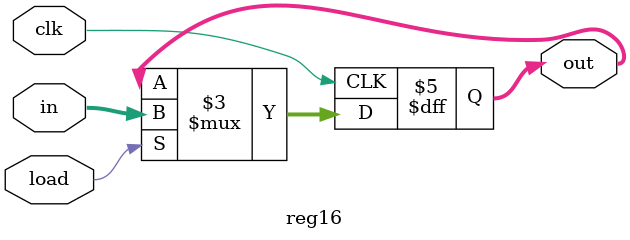
<source format=v>
`timescale 1ns / 1ps
module reg16( input [15:0] in , input load, clk , output reg [15:0] out
    );

always @ (posedge clk) begin
	if (load ==1)
	out <= in;
	end
endmodule

</source>
